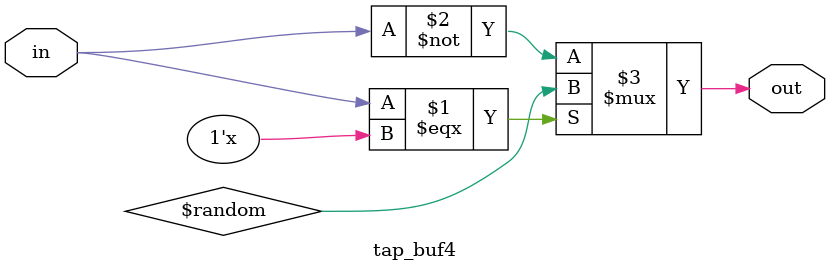
<source format=v>
`default_nettype none

module const0(const0);
//----- OUTPUT PORTS -----
output [0:0] const0;

//----- BEGIN wire-connection ports -----
//----- END wire-connection ports -----


//----- BEGIN Registered ports -----
//----- END Registered ports -----

	assign const0[0] = 1'b0;
endmodule
// ----- END Verilog module for const0 -----

//----- Default net type -----
`default_nettype wire

//----- Default net type -----
`default_nettype none

// ----- Verilog module for const1 -----
module const1(const1);
//----- OUTPUT PORTS -----
output [0:0] const1;

//----- BEGIN wire-connection ports -----
//----- END wire-connection ports -----


//----- BEGIN Registered ports -----
//----- END Registered ports -----

	assign const1[0] = 1'b1;
endmodule
// ----- END Verilog module for const1 -----

//----- Default net type -----
`default_nettype wire

//----- Default net type -----
`default_nettype none

// ----- Verilog module for tap_buf4 -----
module tap_buf4(in,
                out);
//----- INPUT PORTS -----
input [0:0] in;
//----- OUTPUT PORTS -----
output [0:0] out;

//----- BEGIN wire-connection ports -----
//----- END wire-connection ports -----


//----- BEGIN Registered ports -----
//----- END Registered ports -----

// ----- Verilog codes of a regular inverter -----
	assign out = (in === 1'bz)? $random : ~in;

`ifdef ENABLE_TIMING
// ------ BEGIN Pin-to-pin Timing constraints -----
	specify
		(in => out) = (0.01, 0.01);
	endspecify
// ------ END Pin-to-pin Timing constraints -----
`endif
endmodule
// ----- END Verilog module for tap_buf4 -----

//----- Default net type -----
`default_nettype wire


</source>
